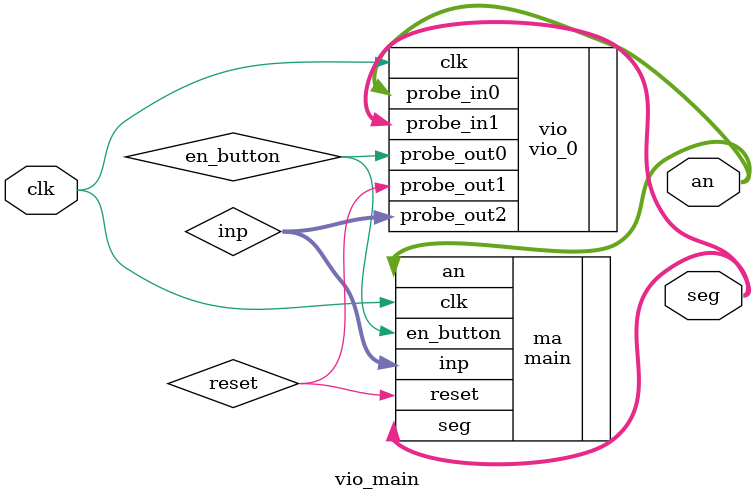
<source format=v>
`timescale 1ns / 1ps

module vio_main(
    input clk,
    output [7:0] an,
	output [7:0] seg);

wire en_button, reset;
wire [15:0] inp;
vio_0 vio (
    .clk(clk),
    .probe_in0(an),
    .probe_in1(seg),
    .probe_out0(en_button),
    .probe_out1(reset),
    .probe_out2(inp)
);
    
main ma(
	.inp(inp),
	.en_button(en_button),
	.reset(reset),
	.clk(clk),
	.an(an),
	.seg(seg)
);
    
endmodule


</source>
